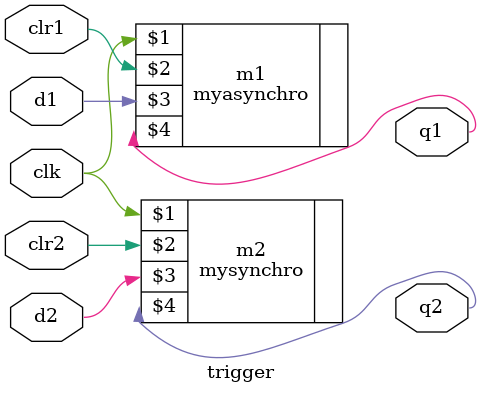
<source format=v>
module trigger(clk,clr1,clr2,d1,d2,q1,q2);
	input clk;
	input clr1,clr2;
	input d1,d2;
	output q1;
	output q2;
	myasynchro m1(clk,clr1,d1,q1);
	mysynchro m2(clk,clr2,d2,q2);
endmodule

</source>
